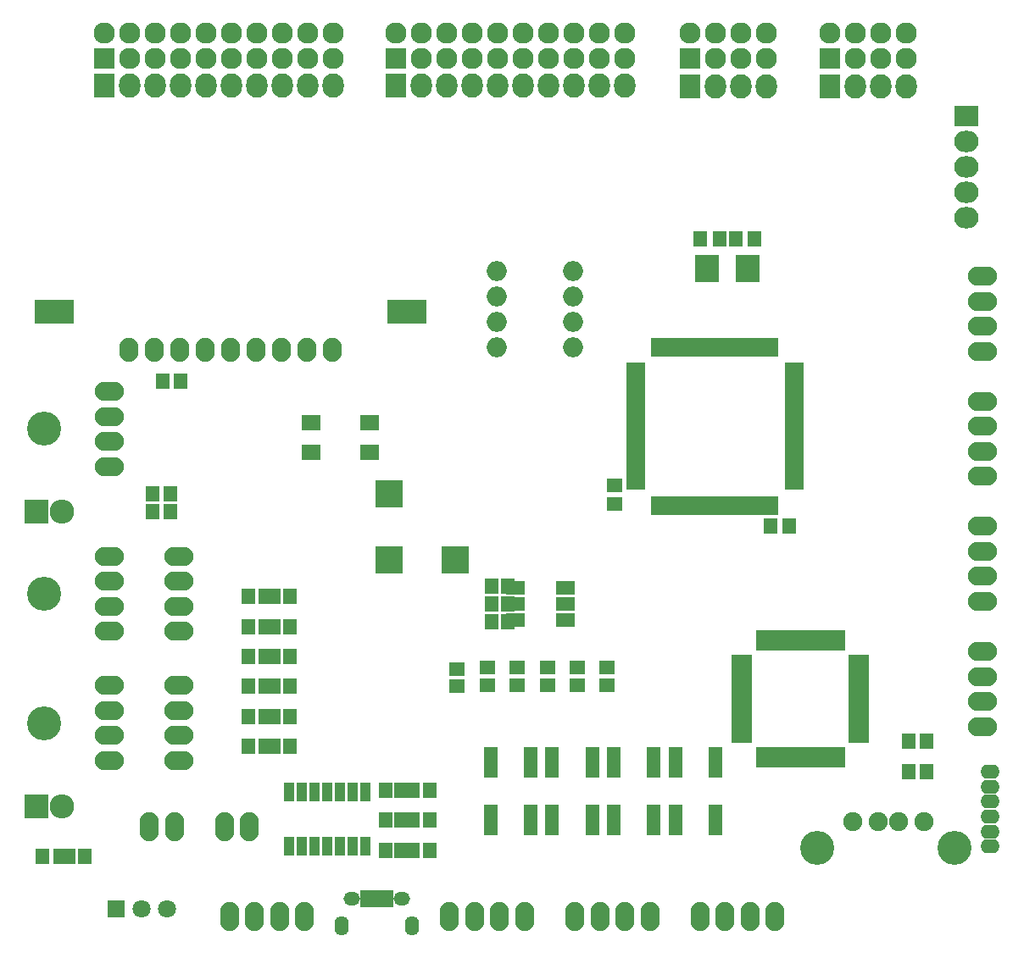
<source format=gbr>
G04 #@! TF.GenerationSoftware,KiCad,Pcbnew,(5.0.0)*
G04 #@! TF.CreationDate,2019-02-26T15:30:30+09:00*
G04 #@! TF.ProjectId,stm32f4_Centaurus,73746D333266345F43656E7461757275,rev?*
G04 #@! TF.SameCoordinates,Original*
G04 #@! TF.FileFunction,Soldermask,Top*
G04 #@! TF.FilePolarity,Negative*
%FSLAX46Y46*%
G04 Gerber Fmt 4.6, Leading zero omitted, Abs format (unit mm)*
G04 Created by KiCad (PCBNEW (5.0.0)) date 02/26/19 15:30:30*
%MOMM*%
%LPD*%
G01*
G04 APERTURE LIST*
%ADD10O,2.900000X1.900000*%
%ADD11O,2.000000X2.000000*%
%ADD12R,1.400000X1.600000*%
%ADD13O,2.127200X2.432000*%
%ADD14R,2.127200X2.432000*%
%ADD15R,2.127200X2.127200*%
%ADD16O,2.127200X2.127200*%
%ADD17R,0.680000X1.900000*%
%ADD18R,1.900000X0.680000*%
%ADD19C,3.400000*%
%ADD20R,1.900000X1.400000*%
%ADD21R,2.000000X0.960000*%
%ADD22R,0.960000X2.000000*%
%ADD23O,1.924000X1.400000*%
%ADD24C,1.901140*%
%ADD25C,3.399740*%
%ADD26R,1.600000X1.400000*%
%ADD27R,1.900000X1.500000*%
%ADD28R,0.800000X1.750000*%
%ADD29O,1.650000X1.350000*%
%ADD30O,1.400000X1.950000*%
%ADD31O,1.900000X2.900000*%
%ADD32O,2.432000X2.127200*%
%ADD33R,2.432000X2.127200*%
%ADD34R,2.700000X2.700000*%
%ADD35R,1.000000X1.900000*%
%ADD36R,2.400000X2.800000*%
%ADD37R,2.432000X2.432000*%
%ADD38O,2.432000X2.432000*%
%ADD39R,1.400000X3.150000*%
%ADD40O,1.900000X2.400000*%
%ADD41R,3.900000X2.400000*%
%ADD42R,1.797000X1.797000*%
%ADD43C,1.797000*%
G04 APERTURE END LIST*
D10*
G04 #@! TO.C,P11*
X69250000Y-98500000D03*
X69250000Y-101000000D03*
X69250000Y-103500000D03*
X69250000Y-106000000D03*
G04 #@! TD*
D11*
G04 #@! TO.C,U12*
X100950000Y-69990000D03*
X100950000Y-72530000D03*
X100950000Y-75070000D03*
X100950000Y-77610000D03*
X108570000Y-77610000D03*
X108570000Y-75070000D03*
X108570000Y-72530000D03*
X108570000Y-69990000D03*
G04 #@! TD*
D12*
G04 #@! TO.C,R44*
X59780000Y-128500000D03*
X58220000Y-128500000D03*
G04 #@! TD*
D13*
G04 #@! TO.C,P28*
X127870000Y-51500000D03*
X125330000Y-51500000D03*
X122790000Y-51500000D03*
D14*
X120250000Y-51500000D03*
G04 #@! TD*
D15*
G04 #@! TO.C,P31*
X134250000Y-48750000D03*
D16*
X134250000Y-46210000D03*
X136790000Y-48750000D03*
X136790000Y-46210000D03*
X139330000Y-48750000D03*
X139330000Y-46210000D03*
X141870000Y-48750000D03*
X141870000Y-46210000D03*
G04 #@! TD*
D14*
G04 #@! TO.C,P29*
X134250000Y-51500000D03*
D13*
X136790000Y-51500000D03*
X139330000Y-51500000D03*
X141870000Y-51500000D03*
G04 #@! TD*
D16*
G04 #@! TO.C,P30*
X127870000Y-46210000D03*
X127870000Y-48750000D03*
X125330000Y-46210000D03*
X125330000Y-48750000D03*
X122790000Y-46210000D03*
X122790000Y-48750000D03*
X120250000Y-46210000D03*
D15*
X120250000Y-48750000D03*
G04 #@! TD*
D12*
G04 #@! TO.C,R28*
X80280000Y-108500000D03*
X78720000Y-108500000D03*
G04 #@! TD*
G04 #@! TO.C,R30*
X80280000Y-114500000D03*
X78720000Y-114500000D03*
G04 #@! TD*
G04 #@! TO.C,R26*
X78720000Y-105500000D03*
X80280000Y-105500000D03*
G04 #@! TD*
G04 #@! TO.C,R27*
X78720000Y-111500000D03*
X80280000Y-111500000D03*
G04 #@! TD*
G04 #@! TO.C,R29*
X80280000Y-117500000D03*
X78720000Y-117500000D03*
G04 #@! TD*
G04 #@! TO.C,R31*
X78720000Y-102500000D03*
X80280000Y-102500000D03*
G04 #@! TD*
G04 #@! TO.C,D7*
X76120000Y-111500000D03*
X77880000Y-111500000D03*
G04 #@! TD*
G04 #@! TO.C,D8*
X77880000Y-108500000D03*
X76120000Y-108500000D03*
G04 #@! TD*
G04 #@! TO.C,D9*
X76120000Y-117500000D03*
X77880000Y-117500000D03*
G04 #@! TD*
G04 #@! TO.C,D11*
X76120000Y-102500000D03*
X77880000Y-102500000D03*
G04 #@! TD*
G04 #@! TO.C,D6*
X76120000Y-105500000D03*
X77880000Y-105500000D03*
G04 #@! TD*
G04 #@! TO.C,D10*
X77880000Y-114500000D03*
X76120000Y-114500000D03*
G04 #@! TD*
G04 #@! TO.C,D18*
X55620000Y-128500000D03*
X57380000Y-128500000D03*
G04 #@! TD*
D17*
G04 #@! TO.C,U1*
X128750000Y-77600000D03*
X128250000Y-77600000D03*
X127750000Y-77600000D03*
X127250000Y-77600000D03*
X126750000Y-77600000D03*
X126250000Y-77600000D03*
X125750000Y-77600000D03*
X125250000Y-77600000D03*
X124750000Y-77600000D03*
X124250000Y-77600000D03*
X123750000Y-77600000D03*
X123250000Y-77600000D03*
X122750000Y-77600000D03*
X122250000Y-77600000D03*
X121750000Y-77600000D03*
X121250000Y-77600000D03*
X120750000Y-77600000D03*
X120250000Y-77600000D03*
X119750000Y-77600000D03*
X119250000Y-77600000D03*
X118750000Y-77600000D03*
X118250000Y-77600000D03*
X117750000Y-77600000D03*
X117250000Y-77600000D03*
X116750000Y-77600000D03*
D18*
X114850000Y-79500000D03*
X114850000Y-80000000D03*
X114850000Y-80500000D03*
X114850000Y-81000000D03*
X114850000Y-81500000D03*
X114850000Y-82000000D03*
X114850000Y-82500000D03*
X114850000Y-83000000D03*
X114850000Y-83500000D03*
X114850000Y-84000000D03*
X114850000Y-84500000D03*
X114850000Y-85000000D03*
X114850000Y-85500000D03*
X114850000Y-86000000D03*
X114850000Y-86500000D03*
X114850000Y-87000000D03*
X114850000Y-87500000D03*
X114850000Y-88000000D03*
X114850000Y-88500000D03*
X114850000Y-89000000D03*
X114850000Y-89500000D03*
X114850000Y-90000000D03*
X114850000Y-90500000D03*
X114850000Y-91000000D03*
X114850000Y-91500000D03*
D17*
X116750000Y-93400000D03*
X117250000Y-93400000D03*
X117750000Y-93400000D03*
X118250000Y-93400000D03*
X118750000Y-93400000D03*
X119250000Y-93400000D03*
X119750000Y-93400000D03*
X120250000Y-93400000D03*
X120750000Y-93400000D03*
X121250000Y-93400000D03*
X121750000Y-93400000D03*
X122250000Y-93400000D03*
X122750000Y-93400000D03*
X123250000Y-93400000D03*
X123750000Y-93400000D03*
X124250000Y-93400000D03*
X124750000Y-93400000D03*
X125250000Y-93400000D03*
X125750000Y-93400000D03*
X126250000Y-93400000D03*
X126750000Y-93400000D03*
X127250000Y-93400000D03*
X127750000Y-93400000D03*
X128250000Y-93400000D03*
X128750000Y-93400000D03*
D18*
X130650000Y-91500000D03*
X130650000Y-91000000D03*
X130650000Y-90500000D03*
X130650000Y-90000000D03*
X130650000Y-89500000D03*
X130650000Y-89000000D03*
X130650000Y-88500000D03*
X130650000Y-88000000D03*
X130650000Y-87500000D03*
X130650000Y-87000000D03*
X130650000Y-86500000D03*
X130650000Y-86000000D03*
X130650000Y-85500000D03*
X130650000Y-85000000D03*
X130650000Y-84500000D03*
X130650000Y-84000000D03*
X130650000Y-83500000D03*
X130650000Y-83000000D03*
X130650000Y-82500000D03*
X130650000Y-82000000D03*
X130650000Y-81500000D03*
X130650000Y-81000000D03*
X130650000Y-80500000D03*
X130650000Y-80000000D03*
X130650000Y-79500000D03*
G04 #@! TD*
D19*
G04 #@! TO.C,P14*
X55750000Y-115150000D03*
D10*
X62250000Y-118900000D03*
X62250000Y-116400000D03*
X62250000Y-113900000D03*
X62250000Y-111400000D03*
G04 #@! TD*
D12*
G04 #@! TO.C,R46*
X100470000Y-105000000D03*
X102030000Y-105000000D03*
G04 #@! TD*
G04 #@! TO.C,R48*
X100470000Y-101500000D03*
X102030000Y-101500000D03*
G04 #@! TD*
G04 #@! TO.C,R47*
X102030000Y-103250000D03*
X100470000Y-103250000D03*
G04 #@! TD*
D20*
G04 #@! TO.C,U8*
X107850000Y-104850000D03*
X107850000Y-103250000D03*
X107850000Y-101650000D03*
X102850000Y-101650000D03*
X102850000Y-103250000D03*
X102850000Y-104850000D03*
G04 #@! TD*
D12*
G04 #@! TO.C,C11*
X121320000Y-66750000D03*
X123200000Y-66750000D03*
G04 #@! TD*
G04 #@! TO.C,C13*
X124800000Y-66750000D03*
X126680000Y-66750000D03*
G04 #@! TD*
G04 #@! TO.C,D1*
X142120000Y-120000000D03*
X143880000Y-120000000D03*
G04 #@! TD*
G04 #@! TO.C,D2*
X143880000Y-117000000D03*
X142120000Y-117000000D03*
G04 #@! TD*
G04 #@! TO.C,D3*
X94300000Y-127870000D03*
X92540000Y-127870000D03*
G04 #@! TD*
G04 #@! TO.C,D4*
X92540000Y-124870000D03*
X94300000Y-124870000D03*
G04 #@! TD*
G04 #@! TO.C,D5*
X94300000Y-121870000D03*
X92540000Y-121870000D03*
G04 #@! TD*
D21*
G04 #@! TO.C,IC1*
X125450000Y-108750000D03*
X125450000Y-109550000D03*
X125450000Y-110350000D03*
X125450000Y-111150000D03*
X125450000Y-111950000D03*
X125450000Y-112750000D03*
X125450000Y-113550000D03*
X125450000Y-114350000D03*
X125450000Y-115150000D03*
X125450000Y-115950000D03*
X125450000Y-116750000D03*
D22*
X127300000Y-118600000D03*
X128100000Y-118600000D03*
X128900000Y-118600000D03*
X129700000Y-118600000D03*
X130500000Y-118600000D03*
X131300000Y-118600000D03*
X132100000Y-118600000D03*
X132900000Y-118600000D03*
X133700000Y-118600000D03*
X134500000Y-118600000D03*
X135300000Y-118600000D03*
D21*
X137150000Y-116750000D03*
X137150000Y-115950000D03*
X137150000Y-115150000D03*
X137150000Y-114350000D03*
X137150000Y-113550000D03*
X137150000Y-112750000D03*
X137150000Y-111950000D03*
X137150000Y-111150000D03*
X137150000Y-110350000D03*
X137150000Y-109550000D03*
X137150000Y-108750000D03*
D22*
X135300000Y-106900000D03*
X134500000Y-106900000D03*
X133700000Y-106900000D03*
X132900000Y-106900000D03*
X132100000Y-106900000D03*
X131300000Y-106900000D03*
X130500000Y-106900000D03*
X129700000Y-106900000D03*
X128900000Y-106900000D03*
X128100000Y-106900000D03*
X127300000Y-106900000D03*
G04 #@! TD*
D23*
G04 #@! TO.C,P1*
X150250000Y-127500000D03*
X150250000Y-126000000D03*
X150250000Y-124500000D03*
X150250000Y-123000000D03*
X150250000Y-121500000D03*
X150250000Y-120000000D03*
G04 #@! TD*
D24*
G04 #@! TO.C,P2*
X143612860Y-124997880D03*
X141072860Y-124997880D03*
X139040860Y-124997880D03*
X136500860Y-124997880D03*
D25*
X146660860Y-127664880D03*
X132944860Y-127664880D03*
G04 #@! TD*
D26*
G04 #@! TO.C,C26*
X112720000Y-91360000D03*
X112720000Y-93240000D03*
G04 #@! TD*
D12*
G04 #@! TO.C,C27*
X130180000Y-95500000D03*
X128300000Y-95500000D03*
G04 #@! TD*
D26*
G04 #@! TO.C,D19*
X96988703Y-109740000D03*
X96988703Y-111500000D03*
G04 #@! TD*
D27*
G04 #@! TO.C,LED1*
X88290000Y-88100000D03*
X88290000Y-85100000D03*
X82390000Y-88100000D03*
X82390000Y-85100000D03*
G04 #@! TD*
D10*
G04 #@! TO.C,P3*
X149500000Y-103000000D03*
X149500000Y-100500000D03*
X149500000Y-98000000D03*
X149500000Y-95500000D03*
G04 #@! TD*
G04 #@! TO.C,P4*
X149500000Y-83000000D03*
X149500000Y-85500000D03*
X149500000Y-88000000D03*
X149500000Y-90500000D03*
G04 #@! TD*
D28*
G04 #@! TO.C,P5*
X87699100Y-132687460D03*
X88349100Y-132687460D03*
X88999100Y-132687460D03*
X89649100Y-132687460D03*
X90299100Y-132687460D03*
D29*
X86499100Y-132687460D03*
X91499100Y-132687460D03*
D30*
X85499100Y-135387460D03*
X92499100Y-135387460D03*
G04 #@! TD*
D10*
G04 #@! TO.C,P6*
X149500000Y-70500000D03*
X149500000Y-73000000D03*
X149500000Y-75500000D03*
X149500000Y-78000000D03*
G04 #@! TD*
G04 #@! TO.C,P7*
X149500000Y-115500000D03*
X149500000Y-113000000D03*
X149500000Y-110500000D03*
X149500000Y-108000000D03*
G04 #@! TD*
D31*
G04 #@! TO.C,P8*
X121250000Y-134500000D03*
X123750000Y-134500000D03*
X126250000Y-134500000D03*
X128750000Y-134500000D03*
G04 #@! TD*
G04 #@! TO.C,P9*
X116250000Y-134500000D03*
X113750000Y-134500000D03*
X111250000Y-134500000D03*
X108750000Y-134500000D03*
G04 #@! TD*
G04 #@! TO.C,P10*
X76250000Y-125500000D03*
X73750000Y-125500000D03*
G04 #@! TD*
D10*
G04 #@! TO.C,P12*
X69250000Y-118900000D03*
X69250000Y-116400000D03*
X69250000Y-113900000D03*
X69250000Y-111400000D03*
G04 #@! TD*
G04 #@! TO.C,P13*
X62250000Y-98500000D03*
X62250000Y-101000000D03*
X62250000Y-103500000D03*
X62250000Y-106000000D03*
D19*
X55750000Y-102250000D03*
G04 #@! TD*
D31*
G04 #@! TO.C,P15*
X103750000Y-134500000D03*
X101250000Y-134500000D03*
X98750000Y-134500000D03*
X96250000Y-134500000D03*
G04 #@! TD*
G04 #@! TO.C,P16*
X74250000Y-134500000D03*
X76750000Y-134500000D03*
X79250000Y-134500000D03*
X81750000Y-134500000D03*
G04 #@! TD*
G04 #@! TO.C,P17*
X66250000Y-125500000D03*
X68750000Y-125500000D03*
G04 #@! TD*
D32*
G04 #@! TO.C,P18*
X147830000Y-64660000D03*
X147830000Y-62120000D03*
X147830000Y-59580000D03*
X147830000Y-57040000D03*
D33*
X147830000Y-54500000D03*
G04 #@! TD*
D14*
G04 #@! TO.C,P23*
X90890000Y-51400000D03*
D13*
X93430000Y-51400000D03*
X95970000Y-51400000D03*
X98510000Y-51400000D03*
X101050000Y-51400000D03*
X103590000Y-51400000D03*
X106130000Y-51400000D03*
X108670000Y-51400000D03*
X111210000Y-51400000D03*
X113750000Y-51400000D03*
G04 #@! TD*
G04 #@! TO.C,P24*
X84610000Y-51400000D03*
X82070000Y-51400000D03*
X79530000Y-51400000D03*
X76990000Y-51400000D03*
X74450000Y-51400000D03*
X71910000Y-51400000D03*
X69370000Y-51400000D03*
X66830000Y-51400000D03*
X64290000Y-51400000D03*
D14*
X61750000Y-51400000D03*
G04 #@! TD*
D16*
G04 #@! TO.C,P25*
X113750000Y-46210000D03*
X113750000Y-48750000D03*
X111210000Y-46210000D03*
X111210000Y-48750000D03*
X108670000Y-46210000D03*
X108670000Y-48750000D03*
X106130000Y-46210000D03*
X106130000Y-48750000D03*
X103590000Y-46210000D03*
X103590000Y-48750000D03*
X101050000Y-46210000D03*
X101050000Y-48750000D03*
X98510000Y-46210000D03*
X98510000Y-48750000D03*
X95970000Y-46210000D03*
X95970000Y-48750000D03*
X93430000Y-46210000D03*
X93430000Y-48750000D03*
X90890000Y-46210000D03*
D15*
X90890000Y-48750000D03*
G04 #@! TD*
G04 #@! TO.C,P26*
X61750000Y-48750000D03*
D16*
X61750000Y-46210000D03*
X64290000Y-48750000D03*
X64290000Y-46210000D03*
X66830000Y-48750000D03*
X66830000Y-46210000D03*
X69370000Y-48750000D03*
X69370000Y-46210000D03*
X71910000Y-48750000D03*
X71910000Y-46210000D03*
X74450000Y-48750000D03*
X74450000Y-46210000D03*
X76990000Y-48750000D03*
X76990000Y-46210000D03*
X79530000Y-48750000D03*
X79530000Y-46210000D03*
X82070000Y-48750000D03*
X82070000Y-46210000D03*
X84610000Y-48750000D03*
X84610000Y-46210000D03*
G04 #@! TD*
D12*
G04 #@! TO.C,R22*
X91420000Y-127870000D03*
X89860000Y-127870000D03*
G04 #@! TD*
G04 #@! TO.C,R23*
X89860000Y-124870000D03*
X91420000Y-124870000D03*
G04 #@! TD*
G04 #@! TO.C,R24*
X91420000Y-121870000D03*
X89860000Y-121870000D03*
G04 #@! TD*
D34*
G04 #@! TO.C,SP1*
X90250000Y-92250000D03*
X90250000Y-98850000D03*
X96850000Y-98850000D03*
G04 #@! TD*
D35*
G04 #@! TO.C,U3*
X87810000Y-122050000D03*
X86540000Y-122050000D03*
X85270000Y-122050000D03*
X84000000Y-122050000D03*
X82730000Y-122050000D03*
X81460000Y-122050000D03*
X80190000Y-122050000D03*
X80190000Y-127450000D03*
X81460000Y-127450000D03*
X82730000Y-127450000D03*
X84000000Y-127450000D03*
X85270000Y-127450000D03*
X86540000Y-127450000D03*
X87810000Y-127450000D03*
G04 #@! TD*
D36*
G04 #@! TO.C,X1*
X121950000Y-69720000D03*
X126050000Y-69720000D03*
G04 #@! TD*
D26*
G04 #@! TO.C,D21*
X100000000Y-111380000D03*
X100000000Y-109620000D03*
G04 #@! TD*
G04 #@! TO.C,D22*
X103000000Y-109620000D03*
X103000000Y-111380000D03*
G04 #@! TD*
G04 #@! TO.C,D23*
X109000000Y-109620000D03*
X109000000Y-111380000D03*
G04 #@! TD*
G04 #@! TO.C,D24*
X106000000Y-111380000D03*
X106000000Y-109620000D03*
G04 #@! TD*
G04 #@! TO.C,D25*
X112000000Y-109620000D03*
X112000000Y-111380000D03*
G04 #@! TD*
D37*
G04 #@! TO.C,JP1*
X55000000Y-94000000D03*
D38*
X57540000Y-94000000D03*
G04 #@! TD*
G04 #@! TO.C,JP2*
X57540000Y-123500000D03*
D37*
X55000000Y-123500000D03*
G04 #@! TD*
D10*
G04 #@! TO.C,P27*
X62250000Y-82000000D03*
X62250000Y-84500000D03*
X62250000Y-87000000D03*
X62250000Y-89500000D03*
D19*
X55750000Y-85750000D03*
G04 #@! TD*
D39*
G04 #@! TO.C,SW2*
X110500000Y-119125000D03*
X110500000Y-124875000D03*
X106500000Y-124875000D03*
X106500000Y-119125000D03*
G04 #@! TD*
G04 #@! TO.C,SW3*
X100350000Y-119125000D03*
X100350000Y-124875000D03*
X104350000Y-124875000D03*
X104350000Y-119125000D03*
G04 #@! TD*
G04 #@! TO.C,SW4*
X116650000Y-119125000D03*
X116650000Y-124875000D03*
X112650000Y-124875000D03*
X112650000Y-119125000D03*
G04 #@! TD*
G04 #@! TO.C,SW5*
X118800000Y-119125000D03*
X118800000Y-124875000D03*
X122800000Y-124875000D03*
X122800000Y-119125000D03*
G04 #@! TD*
D40*
G04 #@! TO.C,U7*
X64190000Y-77885000D03*
X66730000Y-77885000D03*
X69270000Y-77885000D03*
X71810000Y-77885000D03*
X74350000Y-77885000D03*
X76890000Y-77885000D03*
X79430000Y-77885000D03*
X81970000Y-77885000D03*
X84510000Y-77885000D03*
D41*
X56750000Y-74085000D03*
X91950000Y-74085000D03*
G04 #@! TD*
D42*
G04 #@! TO.C,SW1*
X62960000Y-133750000D03*
D43*
X65500000Y-133750000D03*
X68040000Y-133750000D03*
G04 #@! TD*
D12*
G04 #@! TO.C,D35*
X69380000Y-81000000D03*
X67620000Y-81000000D03*
G04 #@! TD*
G04 #@! TO.C,D36*
X68380000Y-92250000D03*
X66620000Y-92250000D03*
G04 #@! TD*
G04 #@! TO.C,D37*
X66620000Y-94000000D03*
X68380000Y-94000000D03*
G04 #@! TD*
M02*

</source>
